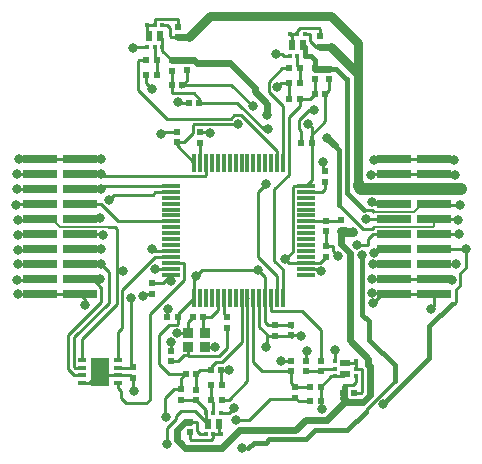
<source format=gtl>
G04 #@! TF.FileFunction,Copper,L1,Top,Signal*
%FSLAX46Y46*%
G04 Gerber Fmt 4.6, Leading zero omitted, Abs format (unit mm)*
G04 Created by KiCad (PCBNEW 4.1.0-alpha+201605071002+6776~44~ubuntu14.04.1-product) date Sun 24 Jul 2016 22:36:45 BST*
%MOMM*%
%LPD*%
G01*
G04 APERTURE LIST*
%ADD10C,0.100000*%
%ADD11R,2.920000X0.740000*%
%ADD12R,0.300000X1.500000*%
%ADD13R,1.500000X0.300000*%
%ADD14R,0.620000X0.620000*%
%ADD15R,0.325000X0.300000*%
%ADD16R,0.950000X0.613000*%
%ADD17R,0.650000X0.350000*%
%ADD18R,0.800000X0.800000*%
%ADD19R,1.550000X2.400000*%
%ADD20R,0.950000X0.850000*%
%ADD21R,0.300000X0.325000*%
%ADD22R,0.613000X0.950000*%
%ADD23C,0.800000*%
%ADD24C,0.280000*%
%ADD25C,0.160000*%
%ADD26C,0.200000*%
%ADD27C,0.600000*%
%ADD28C,0.800000*%
%ADD29C,1.000000*%
%ADD30C,0.400000*%
G04 APERTURE END LIST*
D10*
D11*
X83285000Y-94285000D03*
X86715000Y-94285000D03*
X83285000Y-95555000D03*
X86715000Y-95555000D03*
X83285000Y-96825000D03*
X86715000Y-96825000D03*
X83285000Y-98095000D03*
X86715000Y-98095000D03*
X83285000Y-99365000D03*
X86715000Y-99365000D03*
X83285000Y-100635000D03*
X86715000Y-100635000D03*
X83285000Y-101905000D03*
X86715000Y-101905000D03*
X83285000Y-103175000D03*
X86715000Y-103175000D03*
X83285000Y-104445000D03*
X86715000Y-104445000D03*
X83285000Y-105715000D03*
X86715000Y-105715000D03*
D12*
X96379340Y-105989360D03*
X96879340Y-105989360D03*
X97379340Y-105989360D03*
X97879340Y-105989360D03*
X98379340Y-105989360D03*
X98879340Y-105989360D03*
X99379340Y-105989360D03*
X99879340Y-105989360D03*
X100379340Y-105989360D03*
X100879340Y-105989360D03*
X101379340Y-105989360D03*
X101879340Y-105989360D03*
X102379340Y-105989360D03*
X102879340Y-105989360D03*
X103379340Y-105989360D03*
X103879340Y-105989360D03*
D13*
X105829340Y-104039360D03*
X105829340Y-103539360D03*
X105829340Y-103039360D03*
X105829340Y-102539360D03*
X105829340Y-102039360D03*
X105829340Y-101539360D03*
X105829340Y-101039360D03*
X105829340Y-100539360D03*
X105829340Y-100039360D03*
X105829340Y-99539360D03*
X105829340Y-99039360D03*
X105829340Y-98539360D03*
X105829340Y-98039360D03*
X105829340Y-97539360D03*
X105829340Y-97039360D03*
X105829340Y-96539360D03*
D12*
X103879340Y-94589360D03*
X103379340Y-94589360D03*
X102879340Y-94589360D03*
X102379340Y-94589360D03*
X101879340Y-94589360D03*
X101379340Y-94589360D03*
X100879340Y-94589360D03*
X100379340Y-94589360D03*
X99879340Y-94589360D03*
X99379340Y-94589360D03*
X98879340Y-94589360D03*
X98379340Y-94589360D03*
X97879340Y-94589360D03*
X97379340Y-94589360D03*
X96879340Y-94589360D03*
X96379340Y-94589360D03*
D13*
X94429340Y-96539360D03*
X94429340Y-97039360D03*
X94429340Y-97539360D03*
X94429340Y-98039360D03*
X94429340Y-98539360D03*
X94429340Y-99039360D03*
X94429340Y-99539360D03*
X94429340Y-100039360D03*
X94429340Y-100539360D03*
X94429340Y-101039360D03*
X94429340Y-101539360D03*
X94429340Y-102039360D03*
X94429340Y-102539360D03*
X94429340Y-103039360D03*
X94429340Y-103539360D03*
X94429340Y-104039360D03*
D11*
X113285000Y-94285000D03*
X116715000Y-94285000D03*
X113285000Y-95555000D03*
X116715000Y-95555000D03*
X113285000Y-96825000D03*
X116715000Y-96825000D03*
X113285000Y-98095000D03*
X116715000Y-98095000D03*
X113285000Y-99365000D03*
X116715000Y-99365000D03*
X113285000Y-100635000D03*
X116715000Y-100635000D03*
X113285000Y-101905000D03*
X116715000Y-101905000D03*
X113285000Y-103175000D03*
X116715000Y-103175000D03*
X113285000Y-104445000D03*
X116715000Y-104445000D03*
X113285000Y-105715000D03*
X116715000Y-105715000D03*
D14*
X105442600Y-92900500D03*
X106342600Y-92900500D03*
X94388940Y-111399740D03*
X94388940Y-110499740D03*
X96817600Y-89494360D03*
X95917600Y-89494360D03*
X104923485Y-114488837D03*
X104923485Y-113588837D03*
D15*
X108268885Y-111369537D03*
X108268885Y-112019537D03*
X108268885Y-112669537D03*
X110093885Y-112669537D03*
X110093885Y-112019537D03*
X110093885Y-111369537D03*
D16*
X109181385Y-112486037D03*
X109181385Y-111553037D03*
D14*
X103243380Y-109215340D03*
X103243380Y-108315340D03*
X92778580Y-105661880D03*
X92778580Y-104761880D03*
X107528360Y-101632600D03*
X107528360Y-102532600D03*
X94068480Y-107657900D03*
X94968480Y-107657900D03*
X95003620Y-83944460D03*
X95003620Y-83044460D03*
X94475300Y-85900260D03*
X94475300Y-86800260D03*
X104598365Y-112233317D03*
X104598365Y-111333317D03*
X93226040Y-85887560D03*
X92326040Y-85887560D03*
D17*
X89954700Y-113225780D03*
X89954700Y-112575780D03*
X89954700Y-111925780D03*
X89954700Y-111275780D03*
X86854700Y-111275780D03*
X86854700Y-111925780D03*
X86854700Y-112575780D03*
X86854700Y-113225780D03*
D18*
X88404700Y-112850780D03*
X88404700Y-111650780D03*
X88404700Y-112850780D03*
X88404700Y-111650780D03*
D19*
X88404700Y-112250780D03*
D14*
X107007660Y-84750480D03*
X107007660Y-83850480D03*
X96242720Y-107632500D03*
X97142720Y-107632500D03*
X94899480Y-91937420D03*
X94899480Y-92837420D03*
X104584500Y-109197560D03*
X104584500Y-108297560D03*
X96890840Y-92888220D03*
X96890840Y-91988220D03*
X107482640Y-96167360D03*
X107482640Y-95267360D03*
X91183460Y-111899280D03*
X91183460Y-112799280D03*
X99179380Y-108534620D03*
X99179380Y-107634620D03*
D20*
X97288180Y-109023460D03*
X95838180Y-109023460D03*
X95838180Y-110173460D03*
X97288180Y-110173460D03*
D14*
X105295700Y-89151460D03*
X104395700Y-89151460D03*
X97778778Y-112163748D03*
X98678778Y-112163748D03*
X107470360Y-88742520D03*
X106570360Y-88742520D03*
X107800140Y-87503000D03*
X107800140Y-86603000D03*
X95735140Y-86736340D03*
X95735140Y-85836340D03*
X95272218Y-113758868D03*
X95272218Y-114658868D03*
X105311360Y-87848440D03*
X104411360Y-87848440D03*
X105298660Y-86583520D03*
X104398660Y-86583520D03*
X106195605Y-114783057D03*
X107095605Y-114783057D03*
X106560620Y-86590300D03*
X106560620Y-87490300D03*
X95985958Y-116511808D03*
X95985958Y-117411808D03*
X109002305Y-114056617D03*
X109902305Y-114056617D03*
X93193020Y-87142320D03*
X92293020Y-87142320D03*
X97794018Y-113421048D03*
X98694018Y-113421048D03*
X105863285Y-112233317D03*
X105863285Y-111333317D03*
X96529518Y-114681308D03*
X96529518Y-113781308D03*
X107095605Y-113558777D03*
X106195605Y-113558777D03*
X97794018Y-114663108D03*
X98694018Y-114663108D03*
X107143445Y-112233317D03*
X107143445Y-111333317D03*
X108767880Y-100320260D03*
X108767880Y-99420260D03*
X107497880Y-99478680D03*
X107497880Y-100378680D03*
X95364720Y-88033860D03*
X94464720Y-88033860D03*
X95647718Y-112445688D03*
X96547718Y-112445688D03*
D21*
X104442500Y-85518220D03*
X105092500Y-85518220D03*
X105742500Y-85518220D03*
X105742500Y-83693220D03*
X105092500Y-83693220D03*
X104442500Y-83693220D03*
D22*
X105559000Y-84605720D03*
X104626000Y-84605720D03*
D21*
X92377500Y-84768060D03*
X93027500Y-84768060D03*
X93677500Y-84768060D03*
X93677500Y-82943060D03*
X93027500Y-82943060D03*
X92377500Y-82943060D03*
D22*
X93494000Y-83855560D03*
X92561000Y-83855560D03*
D21*
X98635178Y-115755308D03*
X97985178Y-115755308D03*
X97335178Y-115755308D03*
X97335178Y-117580308D03*
X97985178Y-117580308D03*
X98635178Y-117580308D03*
D22*
X97518678Y-116667808D03*
X98451678Y-116667808D03*
D23*
X116380000Y-106970000D03*
X92830000Y-88370000D03*
X105900000Y-110520000D03*
X103710000Y-111350000D03*
X105450000Y-109260000D03*
X94900000Y-109007911D03*
X94388940Y-109758480D03*
X107117021Y-103732829D03*
X108505994Y-102434163D03*
X93590000Y-92170000D03*
X87150000Y-106630000D03*
X111510000Y-106440000D03*
X107315000Y-94488000D03*
X111569500Y-94361000D03*
X88519000Y-94297500D03*
X91313000Y-113919000D03*
X91186000Y-84899500D03*
X99716533Y-115366605D03*
X95041720Y-89423871D03*
X97683320Y-92072460D03*
X98143392Y-110206406D03*
X92792328Y-101844085D03*
X93060520Y-103598980D03*
X106507280Y-90083640D03*
X108277660Y-110446820D03*
X102491540Y-110215680D03*
X99331780Y-112107980D03*
X94186691Y-106977201D03*
X92057220Y-105879900D03*
X103418640Y-88148160D03*
X103278940Y-85344000D03*
X111422180Y-105628440D03*
X118407180Y-94312740D03*
X81541620Y-94228920D03*
X81470500Y-105684320D03*
X101320476Y-89773884D03*
X100064605Y-91309155D03*
X93974920Y-116088160D03*
X81422240Y-99435920D03*
X101800660Y-103644700D03*
X104087956Y-102749324D03*
X90340180Y-103743760D03*
X106027220Y-91259660D03*
X96502220Y-104170480D03*
X94368035Y-104566135D03*
X99936300Y-116342160D03*
X88519000Y-101854000D03*
X91014961Y-106042460D03*
X88455000Y-95555000D03*
X88458040Y-96827340D03*
X89117329Y-97710797D03*
X88519000Y-103187500D03*
X88392000Y-104457500D03*
X81399380Y-95549720D03*
X81373980Y-96789240D03*
X81302860Y-98125280D03*
X88409780Y-99284991D03*
X81422240Y-100700840D03*
X88646000Y-100711000D03*
X81470500Y-101963220D03*
X81447640Y-103157020D03*
X81399380Y-104515920D03*
X118427500Y-95631000D03*
X111379000Y-95631000D03*
X111442500Y-97868466D03*
X110948564Y-99348477D03*
X110178824Y-101502184D03*
X111596470Y-102177595D03*
X111493300Y-103172260D03*
X118554500Y-103187500D03*
X118173500Y-104521000D03*
X111396780Y-104437180D03*
X102461060Y-96380300D03*
X102600847Y-91752333D03*
X118935500Y-96837500D03*
X110213140Y-96446340D03*
X109791500Y-100401120D03*
X118872000Y-98171000D03*
X102560000Y-90500000D03*
X118681500Y-99441000D03*
X107612180Y-92458540D03*
X100393500Y-118745000D03*
X94086036Y-118403674D03*
X110621282Y-102398975D03*
X118808500Y-100647500D03*
X112378564Y-115008564D03*
X107170220Y-115434459D03*
X119385080Y-101899720D03*
D24*
X116715000Y-105715000D02*
X116715000Y-106635000D01*
X116715000Y-106635000D02*
X116380000Y-106970000D01*
X92293020Y-87732320D02*
X92293020Y-87833020D01*
X92293020Y-87833020D02*
X92830000Y-88370000D01*
X105863285Y-111333317D02*
X105863285Y-110556715D01*
X105863285Y-110556715D02*
X105900000Y-110520000D01*
X104598365Y-111333317D02*
X103726683Y-111333317D01*
X103726683Y-111333317D02*
X103710000Y-111350000D01*
X104584500Y-109197560D02*
X105387560Y-109197560D01*
X105387560Y-109197560D02*
X105450000Y-109260000D01*
X95123960Y-109023460D02*
X94915549Y-109023460D01*
X94915549Y-109023460D02*
X94900000Y-109007911D01*
X105829340Y-103539360D02*
X106923552Y-103539360D01*
X106923552Y-103539360D02*
X107117021Y-103732829D01*
X108118360Y-101632600D02*
X108138361Y-101652601D01*
X108138361Y-101652601D02*
X108138361Y-102066530D01*
X108138361Y-102066530D02*
X108505994Y-102434163D01*
X94899480Y-91937420D02*
X93822580Y-91937420D01*
X93822580Y-91937420D02*
X93590000Y-92170000D01*
X87150000Y-106630000D02*
X87150000Y-106150000D01*
X87150000Y-106150000D02*
X86715000Y-105715000D01*
X113285000Y-105715000D02*
X112235000Y-105715000D01*
X112235000Y-105715000D02*
X111510000Y-106440000D01*
X113285000Y-105715000D02*
X115025000Y-105715000D01*
X115025000Y-105715000D02*
X116715000Y-105715000D01*
X107315000Y-94488000D02*
X107315000Y-95099720D01*
X107315000Y-95099720D02*
X107482640Y-95267360D01*
X111569500Y-94361000D02*
X113209000Y-94361000D01*
X113209000Y-94361000D02*
X113285000Y-94285000D01*
X86715000Y-94285000D02*
X88506500Y-94285000D01*
X88506500Y-94285000D02*
X88519000Y-94297500D01*
X91183460Y-112799280D02*
X91183460Y-113789460D01*
X91183460Y-113789460D02*
X91313000Y-113919000D01*
X104584500Y-111319452D02*
X104598365Y-111333317D01*
X107528360Y-101632600D02*
X107528360Y-100409160D01*
X107528360Y-100409160D02*
X107497880Y-100378680D01*
X92377500Y-84768060D02*
X91317440Y-84768060D01*
X91317440Y-84768060D02*
X91186000Y-84899500D01*
X105247020Y-91729980D02*
X105442600Y-91925560D01*
X105442600Y-91925560D02*
X105442600Y-92900500D01*
X105247020Y-90944658D02*
X105247020Y-91729980D01*
X89954700Y-112575780D02*
X90959960Y-112575780D01*
X90959960Y-112575780D02*
X91183460Y-112799280D01*
X89954700Y-112575780D02*
X88729700Y-112575780D01*
X88729700Y-112575780D02*
X88404700Y-112250780D01*
X86854700Y-113225780D02*
X87429700Y-113225780D01*
X87429700Y-113225780D02*
X88404700Y-112250780D01*
X106507280Y-90083640D02*
X106108038Y-90083640D01*
X106108038Y-90083640D02*
X105247020Y-90944658D01*
X98635178Y-115755308D02*
X99327830Y-115755308D01*
X99327830Y-115755308D02*
X99716533Y-115366605D01*
X92293020Y-87142320D02*
X92293020Y-87732320D01*
X95917600Y-89494360D02*
X95112209Y-89494360D01*
X95112209Y-89494360D02*
X95041720Y-89423871D01*
X96890840Y-91988220D02*
X97599080Y-91988220D01*
X97599080Y-91988220D02*
X97683320Y-92072460D01*
X97288180Y-110173460D02*
X98110446Y-110173460D01*
X98110446Y-110173460D02*
X98143392Y-110206406D01*
X94388940Y-110499740D02*
X94388940Y-109758480D01*
X95123960Y-109023460D02*
X95838180Y-109023460D01*
X94429340Y-102039360D02*
X92987603Y-102039360D01*
X92987603Y-102039360D02*
X92792328Y-101844085D01*
X94429340Y-103539360D02*
X93120140Y-103539360D01*
X93120140Y-103539360D02*
X93060520Y-103598980D01*
X107528360Y-101632600D02*
X108118360Y-101632600D01*
X105839339Y-103549359D02*
X105829340Y-103539360D01*
X108268885Y-111369537D02*
X108268885Y-110455595D01*
X108268885Y-110455595D02*
X108277660Y-110446820D01*
X104598365Y-109211425D02*
X104584500Y-109197560D01*
X102495480Y-109057440D02*
X102653380Y-109215340D01*
X101879340Y-108441300D02*
X102495480Y-109057440D01*
X102495480Y-109057440D02*
X102495480Y-110211740D01*
X102495480Y-110211740D02*
X102491540Y-110215680D01*
X101879340Y-105989360D02*
X101879340Y-108441300D01*
X102653380Y-109215340D02*
X103243380Y-109215340D01*
X103243380Y-109215340D02*
X104566720Y-109215340D01*
X104566720Y-109215340D02*
X104584500Y-109197560D01*
X104556560Y-109261060D02*
X104648000Y-109352500D01*
X98678778Y-112163748D02*
X99276012Y-112163748D01*
X99276012Y-112163748D02*
X99331780Y-112107980D01*
X98678778Y-112163748D02*
X98678778Y-113405808D01*
X98678778Y-113405808D02*
X98694018Y-113421048D01*
X95838180Y-109023460D02*
X95838180Y-108037040D01*
X95838180Y-108037040D02*
X96242720Y-107632500D01*
X94068480Y-107657900D02*
X94068480Y-107095412D01*
X94068480Y-107095412D02*
X94186691Y-106977201D01*
X92778580Y-105661880D02*
X92275240Y-105661880D01*
X92275240Y-105661880D02*
X92057220Y-105879900D01*
X104411360Y-87848440D02*
X103718360Y-87848440D01*
X103718360Y-87848440D02*
X103418640Y-88148160D01*
X104411360Y-87848440D02*
X104411360Y-89135800D01*
X104411360Y-89135800D02*
X104395700Y-89151460D01*
X103838280Y-85344000D02*
X103278940Y-85344000D01*
X104442500Y-85518220D02*
X104012500Y-85518220D01*
X104012500Y-85518220D02*
X103838280Y-85344000D01*
X111422180Y-105628440D02*
X113198440Y-105628440D01*
X113198440Y-105628440D02*
X113285000Y-105715000D01*
X116715000Y-94285000D02*
X118379440Y-94285000D01*
X118379440Y-94285000D02*
X118407180Y-94312740D01*
X113285000Y-94285000D02*
X115025000Y-94285000D01*
X115025000Y-94285000D02*
X116715000Y-94285000D01*
X83285000Y-105715000D02*
X85025000Y-105715000D01*
X85025000Y-105715000D02*
X86715000Y-105715000D01*
X83285000Y-94285000D02*
X85025000Y-94285000D01*
X85025000Y-94285000D02*
X86715000Y-94285000D01*
X81541620Y-94228920D02*
X83228920Y-94228920D01*
X83228920Y-94228920D02*
X83285000Y-94285000D01*
X83285000Y-105715000D02*
X81501180Y-105715000D01*
X81501180Y-105715000D02*
X81470500Y-105684320D01*
X97142720Y-107632500D02*
X97142720Y-108878000D01*
X97142720Y-108878000D02*
X97288180Y-109023460D01*
X98379340Y-105989360D02*
X98379340Y-107019360D01*
X98379340Y-107019360D02*
X97766200Y-107632500D01*
X97766200Y-107632500D02*
X97732720Y-107632500D01*
X97732720Y-107632500D02*
X97142720Y-107632500D01*
X99179380Y-109628940D02*
X99179380Y-109124620D01*
X99179380Y-109794262D02*
X99179380Y-109628940D01*
X95898181Y-110938461D02*
X98035181Y-110946407D01*
X98035181Y-110946407D02*
X98035181Y-110938461D01*
X99179380Y-109628940D02*
X99179380Y-110265620D01*
X99179380Y-110265620D02*
X98498593Y-110946407D01*
X98498593Y-110946407D02*
X98035181Y-110946407D01*
X94388940Y-111399740D02*
X94978940Y-111399740D01*
X94978940Y-111399740D02*
X95500220Y-110878460D01*
X95500220Y-110878460D02*
X95838180Y-110878460D01*
X95838180Y-110173460D02*
X95838180Y-110878460D01*
X95838180Y-110878460D02*
X95898181Y-110938461D01*
X99179380Y-109124620D02*
X99179380Y-108534620D01*
D25*
X84995001Y-99985001D02*
X85304999Y-99985001D01*
X85304999Y-99985001D02*
X89090500Y-99985001D01*
X84375000Y-99365000D02*
X84995001Y-99985001D01*
X83285000Y-99365000D02*
X84375000Y-99365000D01*
D26*
X89225141Y-99985001D02*
X89090500Y-99985001D01*
D24*
X101320476Y-89773884D02*
X99453700Y-88033860D01*
X101257100Y-89837260D02*
X101320476Y-89773884D01*
X89634501Y-99985001D02*
X89281000Y-99985001D01*
X89281000Y-99985001D02*
X89090500Y-99985001D01*
X89794941Y-103769160D02*
X89794941Y-100145441D01*
X89794941Y-100145441D02*
X89634501Y-99985001D01*
X89794941Y-106560620D02*
X89794941Y-103769160D01*
X86854700Y-111275780D02*
X86854700Y-109500861D01*
X86854700Y-109500861D02*
X89794941Y-106560620D01*
X106027220Y-91259660D02*
X106342600Y-91575040D01*
X106342600Y-91575040D02*
X106342600Y-92900500D01*
X105829340Y-96539360D02*
X106342600Y-96026100D01*
X106342600Y-96026100D02*
X106342600Y-92900500D01*
X107470360Y-88742520D02*
X107470360Y-91078600D01*
X107470360Y-91078600D02*
X106235920Y-92313040D01*
X106235920Y-92313040D02*
X106235920Y-92793820D01*
X106235920Y-92793820D02*
X106342600Y-92900500D01*
X94899480Y-93109500D02*
X96379340Y-94589360D01*
X103243380Y-108315340D02*
X104566720Y-108315340D01*
X104566720Y-108315340D02*
X104584500Y-108297560D01*
X102379340Y-105989360D02*
X102379340Y-108041300D01*
X102379340Y-108041300D02*
X102653380Y-108315340D01*
X102653380Y-108315340D02*
X103243380Y-108315340D01*
X94210857Y-108307901D02*
X93360240Y-109158518D01*
X93360240Y-109158518D02*
X93360240Y-111603042D01*
X93360240Y-111603042D02*
X94202886Y-112445688D01*
X94202886Y-112445688D02*
X95057718Y-112445688D01*
X99453700Y-88033860D02*
X95364720Y-88033860D01*
X96240839Y-92086061D02*
X96240839Y-91406219D01*
X96240839Y-91406219D02*
X96337903Y-91309155D01*
X96337903Y-91309155D02*
X100064605Y-91309155D01*
X93906340Y-114520980D02*
X93906340Y-116019580D01*
X93906340Y-116019580D02*
X93974920Y-116088160D01*
X94682218Y-113758868D02*
X94668452Y-113758868D01*
X94668452Y-113758868D02*
X93906340Y-114520980D01*
X104923485Y-114488837D02*
X104860862Y-114551460D01*
X104860862Y-114551460D02*
X102798880Y-114551460D01*
X102798880Y-114551460D02*
X101008180Y-116342160D01*
X101008180Y-116342160D02*
X99936300Y-116342160D01*
X81422240Y-99435920D02*
X83214080Y-99435920D01*
X83214080Y-99435920D02*
X83285000Y-99365000D01*
X101800660Y-103644700D02*
X97028000Y-103644700D01*
X97028000Y-103644700D02*
X96502220Y-104170480D01*
X102379340Y-104223380D02*
X101963220Y-103807260D01*
X101963220Y-103807260D02*
X101800660Y-103644700D01*
X102379340Y-105989360D02*
X102379340Y-104223380D01*
X105829340Y-103039360D02*
X107021600Y-103039360D01*
X107021600Y-103039360D02*
X107528360Y-102532600D01*
X104087956Y-102749324D02*
X104739339Y-102097941D01*
X104739339Y-102097941D02*
X104739339Y-96599361D01*
X104739339Y-96599361D02*
X104799340Y-96539360D01*
X104799340Y-96539360D02*
X105829340Y-96539360D01*
X104087956Y-102749324D02*
X104377992Y-103039360D01*
X104377992Y-103039360D02*
X105829340Y-103039360D01*
X89794941Y-103769160D02*
X90314780Y-103769160D01*
X90314780Y-103769160D02*
X90340180Y-103743760D01*
X96379340Y-105021380D02*
X96379340Y-105989360D01*
X96379340Y-104293360D02*
X96379340Y-105021380D01*
X95219520Y-88179060D02*
X95364720Y-88033860D01*
X94899480Y-92837420D02*
X95489480Y-92837420D01*
X95489480Y-92837420D02*
X96240839Y-92086061D01*
X96502220Y-104170480D02*
X96379340Y-104293360D01*
X94429340Y-104039360D02*
X94429340Y-104504830D01*
X94429340Y-104504830D02*
X94368035Y-104566135D01*
X95272218Y-113758868D02*
X94682218Y-113758868D01*
X94682218Y-113758868D02*
X94617540Y-113823546D01*
X95647718Y-112445688D02*
X95057718Y-112445688D01*
X94210857Y-108307901D02*
X94908479Y-108307901D01*
X94908479Y-108307901D02*
X94968480Y-108247900D01*
X94968480Y-108247900D02*
X94968480Y-107657900D01*
X104556560Y-108361060D02*
X104648000Y-108452500D01*
X94968480Y-107657900D02*
X94968480Y-107400220D01*
X94968480Y-107400220D02*
X96379340Y-105989360D01*
X92778580Y-104761880D02*
X93706820Y-104761880D01*
X93706820Y-104761880D02*
X94429340Y-104039360D01*
X94899480Y-92837420D02*
X94899480Y-93109500D01*
X106195605Y-114783057D02*
X105217705Y-114783057D01*
X105217705Y-114783057D02*
X104923485Y-114488837D01*
X95272218Y-113758868D02*
X95272218Y-112821188D01*
X95272218Y-112821188D02*
X95647718Y-112445688D01*
X95735140Y-86736340D02*
X95735140Y-87663440D01*
X95735140Y-87663440D02*
X95364720Y-88033860D01*
X107800140Y-87503000D02*
X107800140Y-88412740D01*
X107800140Y-88412740D02*
X107470360Y-88742520D01*
X96890840Y-92888220D02*
X96879340Y-92899720D01*
X96879340Y-92899720D02*
X96879340Y-94589360D01*
X107482640Y-96167360D02*
X107482640Y-96757360D01*
X107482640Y-96757360D02*
X107200640Y-97039360D01*
X107200640Y-97039360D02*
X106859340Y-97039360D01*
X106859340Y-97039360D02*
X105829340Y-97039360D01*
X86715000Y-101905000D02*
X88468000Y-101905000D01*
X88468000Y-101905000D02*
X88519000Y-101854000D01*
X91014961Y-106042460D02*
X91014961Y-111730781D01*
X91014961Y-111730781D02*
X91183460Y-111899280D01*
X86715000Y-101905000D02*
X87887002Y-101905000D01*
X89954700Y-111925780D02*
X91156960Y-111925780D01*
X91156960Y-111925780D02*
X91183460Y-111899280D01*
X99179380Y-107634620D02*
X98879340Y-107334580D01*
X98879340Y-107334580D02*
X98879340Y-105989360D01*
X103808660Y-86583520D02*
X102678639Y-87713541D01*
X102678639Y-87713541D02*
X102678639Y-88610759D01*
X102678639Y-88610759D02*
X103879340Y-89811460D01*
X103879340Y-89811460D02*
X103879340Y-94589360D01*
X103745699Y-86646481D02*
X103808660Y-86583520D01*
X103808660Y-86583520D02*
X104398660Y-86583520D01*
X100879340Y-105989360D02*
X100879340Y-113067786D01*
X100879340Y-113067786D02*
X99284018Y-114663108D01*
X99284018Y-114663108D02*
X98694018Y-114663108D01*
X100889339Y-105999359D02*
X100879340Y-105989360D01*
X105498080Y-107105900D02*
X107143445Y-108751265D01*
X107143445Y-108751265D02*
X107143445Y-111333317D01*
X102879340Y-107105900D02*
X105498080Y-107105900D01*
X107143445Y-111333317D02*
X107143445Y-110863380D01*
X102879340Y-105989360D02*
X102879340Y-107105900D01*
X86715000Y-95555000D02*
X88455000Y-95555000D01*
X88455000Y-95555000D02*
X88579361Y-95679361D01*
X88579361Y-95679361D02*
X97319339Y-95679361D01*
X97319339Y-95679361D02*
X97379340Y-95619360D01*
X97379340Y-95619360D02*
X97379340Y-94589360D01*
X88458040Y-96827340D02*
X86717340Y-96827340D01*
X86717340Y-96827340D02*
X86715000Y-96825000D01*
X86715000Y-96825000D02*
X88455000Y-96825000D01*
X88455000Y-96825000D02*
X88740640Y-96539360D01*
X88740640Y-96539360D02*
X93399340Y-96539360D01*
X93399340Y-96539360D02*
X94429340Y-96539360D01*
X92852240Y-97279370D02*
X89548756Y-97279370D01*
X89548756Y-97279370D02*
X89117329Y-97710797D01*
X92852240Y-97279370D02*
X93092250Y-97039360D01*
X93092250Y-97039360D02*
X94429340Y-97039360D01*
X86715000Y-98095000D02*
X88455000Y-98095000D01*
X88455000Y-98095000D02*
X89899360Y-99539360D01*
X89899360Y-99539360D02*
X93399340Y-99539360D01*
X93399340Y-99539360D02*
X94429340Y-99539360D01*
X92326040Y-85887560D02*
X91736040Y-85887560D01*
X91736040Y-85887560D02*
X91643019Y-85980581D01*
X94082424Y-90829146D02*
X99449412Y-90829146D01*
X91643019Y-85980581D02*
X91643019Y-88389741D01*
X91643019Y-88389741D02*
X94082424Y-90829146D01*
X99449412Y-90829146D02*
X99770738Y-90507820D01*
X99770738Y-90507820D02*
X100309802Y-90507820D01*
X100309802Y-90507820D02*
X103379340Y-93577358D01*
X103379340Y-93577358D02*
X103379340Y-93728540D01*
X103379340Y-93728540D02*
X103379340Y-94589360D01*
X103379340Y-93559360D02*
X103379340Y-93728540D01*
X93045720Y-102539360D02*
X90274951Y-105310129D01*
X90274951Y-105310129D02*
X90274951Y-108548529D01*
X90274951Y-108548529D02*
X89954700Y-108868780D01*
X89954700Y-108868780D02*
X89954700Y-111275780D01*
X94429340Y-102539360D02*
X93045720Y-102539360D01*
X92331540Y-114945160D02*
X92603391Y-114673309D01*
X92603391Y-114673309D02*
X92603391Y-111812009D01*
X90629740Y-114945160D02*
X92331540Y-114945160D01*
X90170000Y-114485420D02*
X90629740Y-114945160D01*
X90170000Y-113896080D02*
X90170000Y-114485420D01*
X89954700Y-113225780D02*
X89954700Y-113680780D01*
X89954700Y-113680780D02*
X90170000Y-113896080D01*
X92603391Y-108414820D02*
X92603391Y-111812009D01*
X92603391Y-108216629D02*
X92603391Y-108414820D01*
X93418479Y-106562223D02*
X93873320Y-106107382D01*
X93873320Y-106107382D02*
X95519341Y-104461361D01*
X92603391Y-108414820D02*
X92603391Y-107377311D01*
X92603391Y-107377311D02*
X93873320Y-106107382D01*
X95449341Y-103029361D02*
X95217639Y-103029361D01*
X95217639Y-103029361D02*
X95207640Y-103039360D01*
X95207640Y-103039360D02*
X94429340Y-103039360D01*
X95519341Y-104461361D02*
X95519341Y-103099361D01*
X95519341Y-103099361D02*
X95449341Y-103029361D01*
X88519000Y-103187500D02*
X89132001Y-103800501D01*
X89132001Y-103800501D02*
X89132001Y-106418837D01*
X89132001Y-106418837D02*
X86189699Y-109361139D01*
X86189699Y-109361139D02*
X86189699Y-111865779D01*
X86249700Y-111925780D02*
X86854700Y-111925780D01*
X86189699Y-111865779D02*
X86249700Y-111925780D01*
X86715000Y-103175000D02*
X87805000Y-103175000D01*
X88519000Y-103187500D02*
X86727500Y-103187500D01*
X86727500Y-103187500D02*
X86715000Y-103175000D01*
X86715000Y-104445000D02*
X88379500Y-104445000D01*
X88379500Y-104445000D02*
X88392000Y-104457500D01*
X85709689Y-112064605D02*
X86220864Y-112575780D01*
X88515001Y-106357001D02*
X85709689Y-109162313D01*
X85709689Y-109162313D02*
X85709689Y-112064605D01*
X86423500Y-112575780D02*
X86854700Y-112575780D01*
X85709690Y-112064606D02*
X86220864Y-112575780D01*
X86220864Y-112575780D02*
X86423500Y-112575780D01*
X86715000Y-104445000D02*
X87805000Y-104445000D01*
X87805000Y-104445000D02*
X88515001Y-105155001D01*
X88515001Y-105155001D02*
X88515001Y-106357001D01*
X83285000Y-95555000D02*
X81404660Y-95555000D01*
X81404660Y-95555000D02*
X81399380Y-95549720D01*
X81373980Y-96789240D02*
X83249240Y-96789240D01*
X83249240Y-96789240D02*
X83285000Y-96825000D01*
X83285000Y-98095000D02*
X81333140Y-98095000D01*
X81333140Y-98095000D02*
X81302860Y-98125280D01*
X88329771Y-99365000D02*
X88409780Y-99284991D01*
X86715000Y-99365000D02*
X88329771Y-99365000D01*
X83285000Y-100635000D02*
X81488080Y-100635000D01*
X81488080Y-100635000D02*
X81422240Y-100700840D01*
X86715000Y-100635000D02*
X88570000Y-100635000D01*
X88570000Y-100635000D02*
X88646000Y-100711000D01*
X81470500Y-101963220D02*
X83226780Y-101963220D01*
X83226780Y-101963220D02*
X83285000Y-101905000D01*
X83285000Y-103175000D02*
X81465620Y-103175000D01*
X81465620Y-103175000D02*
X81447640Y-103157020D01*
X81399380Y-104515920D02*
X83214080Y-104515920D01*
X83214080Y-104515920D02*
X83285000Y-104445000D01*
X116715000Y-95555000D02*
X118351500Y-95555000D01*
X118351500Y-95555000D02*
X118427500Y-95631000D01*
X116715000Y-95555000D02*
X114975000Y-95555000D01*
X114975000Y-95555000D02*
X113285000Y-95555000D01*
X113285000Y-95555000D02*
X111455000Y-95555000D01*
X111455000Y-95555000D02*
X111379000Y-95631000D01*
X113285000Y-98095000D02*
X111669034Y-98095000D01*
X111669034Y-98095000D02*
X111442500Y-97868466D01*
X113285000Y-99365000D02*
X110965087Y-99365000D01*
X110965087Y-99365000D02*
X110948564Y-99348477D01*
X111123704Y-101502184D02*
X111123704Y-101056296D01*
X111123704Y-101056296D02*
X111545000Y-100635000D01*
X111545000Y-100635000D02*
X113285000Y-100635000D01*
X110178824Y-101502184D02*
X111123704Y-101502184D01*
X113224597Y-100695403D02*
X113285000Y-100635000D01*
X113285000Y-101905000D02*
X111869065Y-101905000D01*
X111869065Y-101905000D02*
X111596470Y-102177595D01*
X111493300Y-103172260D02*
X113282260Y-103172260D01*
X113282260Y-103172260D02*
X113285000Y-103175000D01*
X116715000Y-103175000D02*
X118542000Y-103175000D01*
X118542000Y-103175000D02*
X118554500Y-103187500D01*
X116715000Y-104445000D02*
X118097500Y-104445000D01*
X118097500Y-104445000D02*
X118173500Y-104521000D01*
X113285000Y-104445000D02*
X111404600Y-104445000D01*
X111404600Y-104445000D02*
X111396780Y-104437180D01*
X113285000Y-104445000D02*
X115025000Y-104445000D01*
X115025000Y-104445000D02*
X116715000Y-104445000D01*
X105295700Y-89151460D02*
X105295700Y-89741460D01*
X105295700Y-89741460D02*
X104369341Y-90667819D01*
X104369341Y-90667819D02*
X104369341Y-95611361D01*
X104369341Y-95611361D02*
X103169720Y-96810982D01*
X103169720Y-96810982D02*
X103169720Y-102877620D01*
X103169720Y-102877620D02*
X103859349Y-103567249D01*
X103859349Y-103567249D02*
X103859349Y-104439369D01*
X103859349Y-104439369D02*
X103879340Y-104459360D01*
X103879340Y-104459360D02*
X103879340Y-105989360D01*
X106560620Y-87490300D02*
X106560620Y-88732780D01*
X106560620Y-88732780D02*
X106570360Y-88742520D01*
X105295700Y-89151460D02*
X106161420Y-89151460D01*
X106161420Y-89151460D02*
X106570360Y-88742520D01*
X99995140Y-89495080D02*
X100156980Y-89656920D01*
X100156980Y-89656920D02*
X102252393Y-91752333D01*
X96817600Y-89494360D02*
X99994420Y-89494360D01*
X99994420Y-89494360D02*
X100156980Y-89656920D01*
X96817600Y-89494360D02*
X96817600Y-89162358D01*
X96817600Y-89162358D02*
X96339103Y-88683861D01*
X96339103Y-88683861D02*
X94524721Y-88683861D01*
X94524721Y-88683861D02*
X94464720Y-88623860D01*
X94464720Y-88623860D02*
X94464720Y-88033860D01*
X101782880Y-102557580D02*
X101782880Y-97058480D01*
X101782880Y-97058480D02*
X102461060Y-96380300D01*
X103266663Y-104041363D02*
X101782880Y-102557580D01*
X103266663Y-104044341D02*
X103266663Y-104041363D01*
X103266663Y-104044341D02*
X103379340Y-104157018D01*
X103379340Y-104157018D02*
X103379340Y-105989360D01*
X102252393Y-91752333D02*
X102600847Y-91752333D01*
X94475300Y-86800260D02*
X94475300Y-88023280D01*
X94475300Y-88023280D02*
X94464720Y-88033860D01*
X97778778Y-112163748D02*
X97778778Y-111831746D01*
X97778778Y-111831746D02*
X98184107Y-111426417D01*
X98697420Y-111426416D02*
X100379340Y-109744496D01*
X98184107Y-111426417D02*
X98697420Y-111426416D01*
X100379340Y-109744496D02*
X100379340Y-107019360D01*
X100379340Y-107019360D02*
X100379340Y-105989360D01*
X97778778Y-112163748D02*
X97778778Y-111873700D01*
X97778778Y-112156128D02*
X96837278Y-112156128D01*
X96837278Y-112156128D02*
X96547718Y-112445688D01*
X96529518Y-113781308D02*
X96529518Y-112463888D01*
X96529518Y-112463888D02*
X96547718Y-112445688D01*
X101379020Y-111462820D02*
X102149517Y-112233317D01*
X102149517Y-112233317D02*
X104598365Y-112233317D01*
X101379020Y-109631130D02*
X101379020Y-111462820D01*
X101379340Y-105989360D02*
X101379340Y-109630810D01*
X101379340Y-109630810D02*
X101379020Y-109631130D01*
X104008365Y-112233317D02*
X104598365Y-112233317D01*
X104598365Y-112233317D02*
X104598365Y-113263717D01*
X104598365Y-113263717D02*
X104923485Y-113588837D01*
X106195605Y-113558777D02*
X104953545Y-113558777D01*
X104953545Y-113558777D02*
X104923485Y-113588837D01*
D27*
X111092000Y-111155150D02*
X111092000Y-111670042D01*
X111092000Y-111670042D02*
X111236396Y-111814438D01*
D28*
X107920000Y-82120000D02*
X97738080Y-82120000D01*
X97738080Y-82120000D02*
X97307371Y-82550709D01*
X110213140Y-84413140D02*
X107920000Y-82120000D01*
X110213140Y-85560850D02*
X110213140Y-84413140D01*
D27*
X109288696Y-114866618D02*
X109070063Y-114866618D01*
X109070063Y-114866618D02*
X107602221Y-116334460D01*
X107602221Y-116334460D02*
X105802219Y-116334460D01*
X105802219Y-116334460D02*
X104894518Y-117242161D01*
X104894518Y-117242161D02*
X100185827Y-117242161D01*
X100185827Y-117242161D02*
X98705169Y-118722819D01*
X98705169Y-118722819D02*
X95608819Y-118722819D01*
X95608819Y-118722819D02*
X95288818Y-118402818D01*
X95288818Y-118402818D02*
X95288818Y-118261682D01*
X95985958Y-116511808D02*
X95551584Y-116511808D01*
X95551584Y-116511808D02*
X94894792Y-117168600D01*
X94894792Y-117168600D02*
X94894792Y-118008792D01*
X94894792Y-118008792D02*
X95288818Y-118402818D01*
D24*
X109002305Y-114646617D02*
X109002305Y-114490500D01*
X109002305Y-114490500D02*
X109002305Y-114056617D01*
D27*
X109288696Y-114866618D02*
X109288696Y-114776891D01*
X109288696Y-114776891D02*
X109002305Y-114490500D01*
X111236396Y-111814438D02*
X111236396Y-114255658D01*
X111236396Y-114255658D02*
X110625436Y-114866618D01*
X110625436Y-114866618D02*
X109288696Y-114866618D01*
X108767880Y-100320260D02*
X108767880Y-101423242D01*
X108767880Y-101423242D02*
X109531384Y-102186746D01*
X109531384Y-102186746D02*
X109531384Y-109594534D01*
X109531384Y-109594534D02*
X111092000Y-111155150D01*
D28*
X109791500Y-100401120D02*
X109225815Y-100401120D01*
X109225815Y-100401120D02*
X109154956Y-100330261D01*
X109154956Y-100330261D02*
X108767880Y-100330261D01*
D24*
X107007660Y-84750480D02*
X106675658Y-84750480D01*
X106675658Y-84750480D02*
X106205501Y-84280323D01*
X106205501Y-84280323D02*
X106205501Y-83726221D01*
X106205501Y-83726221D02*
X106172500Y-83693220D01*
X106172500Y-83693220D02*
X105742500Y-83693220D01*
D28*
X110213140Y-96446340D02*
X110213140Y-87820500D01*
X110213140Y-87820500D02*
X110213140Y-87045960D01*
D27*
X95003620Y-83944460D02*
X95913620Y-83944460D01*
D28*
X95913620Y-83944460D02*
X97307371Y-82550709D01*
X110213140Y-85560850D02*
X110213140Y-87820500D01*
X110213140Y-87045960D02*
X107917660Y-84750480D01*
D27*
X107917660Y-84750480D02*
X107007660Y-84750480D01*
D29*
X113285000Y-96825000D02*
X112027036Y-96825000D01*
X112027036Y-96825000D02*
X111970501Y-96768465D01*
X111970501Y-96768465D02*
X110535265Y-96768465D01*
X110535265Y-96768465D02*
X110313149Y-96546349D01*
X110313149Y-96546349D02*
X110313149Y-96446340D01*
X116715000Y-96825000D02*
X113285000Y-96825000D01*
X118935500Y-96837500D02*
X116727500Y-96837500D01*
X116727500Y-96837500D02*
X116715000Y-96825000D01*
D24*
X109252304Y-114638618D02*
X109320304Y-114706618D01*
X109710640Y-100320260D02*
X109791500Y-100401120D01*
X113285000Y-96825000D02*
X113635000Y-96825000D01*
X110093885Y-112669537D02*
X110093885Y-113099537D01*
X110093885Y-113099537D02*
X109786806Y-113406616D01*
X109786806Y-113406616D02*
X109320304Y-113406616D01*
X109320304Y-113406616D02*
X109252304Y-113474616D01*
X109252304Y-113474616D02*
X109252304Y-114638618D01*
X109786806Y-113406616D02*
X109062306Y-113406616D01*
X109062306Y-113406616D02*
X109002305Y-113466617D01*
X109002305Y-113466617D02*
X109002305Y-114056617D01*
X97335178Y-117580308D02*
X96905178Y-117580308D01*
X96905178Y-117580308D02*
X96635959Y-117311089D01*
X96635959Y-117311089D02*
X96635959Y-116571809D01*
X96635959Y-116571809D02*
X96575958Y-116511808D01*
X96575958Y-116511808D02*
X95985958Y-116511808D01*
X93677500Y-82943060D02*
X94107500Y-82943060D01*
X94107500Y-82943060D02*
X94353619Y-83189179D01*
X94353619Y-83189179D02*
X94353619Y-83884459D01*
X94353619Y-83884459D02*
X94413620Y-83944460D01*
X94413620Y-83944460D02*
X95003620Y-83944460D01*
X107497880Y-99478680D02*
X108709460Y-99478680D01*
X108709460Y-99478680D02*
X108767880Y-99420260D01*
X105829340Y-99539360D02*
X107437200Y-99539360D01*
X107437200Y-99539360D02*
X107497880Y-99478680D01*
X111484999Y-98608476D02*
X111484999Y-98722999D01*
D25*
X111484999Y-98722999D02*
X115004999Y-98715001D01*
D30*
X108390140Y-86603000D02*
X109156500Y-87369360D01*
X109283500Y-97155000D02*
X109283500Y-87496360D01*
D24*
X109283500Y-87496360D02*
X109156500Y-87369360D01*
D30*
X110736976Y-98608476D02*
X109283500Y-97155000D01*
D24*
X111484999Y-98608476D02*
X110736976Y-98608476D01*
X118872000Y-98171000D02*
X116791000Y-98171000D01*
X116791000Y-98171000D02*
X116715000Y-98095000D01*
D30*
X107800140Y-86603000D02*
X108390140Y-86603000D01*
D25*
X115004999Y-98715001D02*
X115625000Y-98095000D01*
D26*
X115625000Y-98095000D02*
X116715000Y-98095000D01*
D24*
X116715000Y-98095000D02*
X117805000Y-98095000D01*
D30*
X106239920Y-85518220D02*
X106560620Y-85838920D01*
X106560620Y-85838920D02*
X106560620Y-86590300D01*
X105742500Y-85518220D02*
X106239920Y-85518220D01*
X105742500Y-85518220D02*
X105742500Y-84789220D01*
D24*
X105742500Y-84789220D02*
X105559000Y-84605720D01*
X106560620Y-86590300D02*
X106919600Y-86590300D01*
D27*
X107800140Y-86603000D02*
X106573320Y-86603000D01*
D24*
X106573320Y-86603000D02*
X106560620Y-86590300D01*
D27*
X101533960Y-88249760D02*
X101533960Y-88533960D01*
X101533960Y-88533960D02*
X102560000Y-89560000D01*
X102560000Y-89560000D02*
X102560000Y-90500000D01*
D24*
X101533960Y-88263960D02*
X101533960Y-88249760D01*
X101533960Y-88473960D02*
X101533960Y-88249760D01*
X108965744Y-98488244D02*
X108648500Y-98171000D01*
D30*
X108648500Y-98171000D02*
X108648500Y-97283689D01*
D24*
X108993129Y-98488244D02*
X108965744Y-98488244D01*
X111484999Y-100154990D02*
X110659875Y-100154990D01*
X110659875Y-100154990D02*
X108993129Y-98488244D01*
D30*
X108648500Y-97283689D02*
X108648500Y-93494860D01*
X108648500Y-93494860D02*
X108267500Y-93113860D01*
D27*
X107612180Y-92458540D02*
X108267500Y-93113860D01*
D25*
X116597500Y-100012500D02*
X111627489Y-100012500D01*
X116715000Y-99895000D02*
X116597500Y-100012500D01*
X111627489Y-100012500D02*
X111484999Y-100154990D01*
D24*
X111484999Y-100154990D02*
X111484999Y-100007001D01*
D25*
X116715000Y-99365000D02*
X116715000Y-99895000D01*
D24*
X116715000Y-99365000D02*
X118605500Y-99365000D01*
X118605500Y-99365000D02*
X118681500Y-99441000D01*
D27*
X96325140Y-85836340D02*
X96640520Y-86151720D01*
D24*
X100669575Y-87385375D02*
X100845620Y-87561420D01*
D27*
X100845620Y-87561420D02*
X101533960Y-88249760D01*
X96640520Y-86151720D02*
X99435920Y-86151720D01*
X99435920Y-86151720D02*
X100845620Y-87561420D01*
X101533960Y-88249760D02*
X101533960Y-88259458D01*
X95735140Y-85836340D02*
X96325140Y-85836340D01*
D24*
X117805000Y-99365000D02*
X116715000Y-99365000D01*
D27*
X94475300Y-85900260D02*
X95671220Y-85900260D01*
D24*
X95671220Y-85900260D02*
X95735140Y-85836340D01*
X93677500Y-84768060D02*
X93677500Y-85102460D01*
X93677500Y-85102460D02*
X94475300Y-85900260D01*
X93494000Y-83855560D02*
X93677500Y-84039060D01*
X93677500Y-84039060D02*
X93677500Y-84768060D01*
X110910000Y-115660000D02*
X110910000Y-115487164D01*
X110910000Y-115487164D02*
X113335414Y-113061750D01*
D30*
X109330000Y-117240000D02*
X110910000Y-115660000D01*
X107780000Y-117240000D02*
X109330000Y-117240000D01*
X107400000Y-117240000D02*
X107780000Y-117240000D01*
X106572459Y-117242181D02*
X107397819Y-117242181D01*
X107397819Y-117242181D02*
X107400000Y-117240000D01*
D24*
X94086036Y-118403674D02*
X94086036Y-117072246D01*
X94086036Y-117072246D02*
X94254782Y-116903500D01*
D30*
X113335414Y-111700000D02*
X113335414Y-113061750D01*
D24*
X111188500Y-109432704D02*
X111188500Y-109553086D01*
D30*
X111188500Y-109553086D02*
X113335414Y-111700000D01*
X105836720Y-117977920D02*
X102743000Y-117977920D01*
X102743000Y-117977920D02*
X102425500Y-118295420D01*
D24*
X100959185Y-118745000D02*
X100393500Y-118745000D01*
D30*
X106572459Y-117242181D02*
X105836720Y-117977920D01*
X101408765Y-118295420D02*
X100959185Y-118745000D01*
X102425500Y-118295420D02*
X101408765Y-118295420D01*
D24*
X94254782Y-118321282D02*
X94168428Y-118321282D01*
X94168428Y-118321282D02*
X94086036Y-118403674D01*
X95816420Y-115601806D02*
X95250735Y-115601806D01*
X94855947Y-116302335D02*
X94254782Y-116903500D01*
X95250735Y-115601806D02*
X94855947Y-115996594D01*
X94855947Y-115996594D02*
X94855947Y-116302335D01*
D30*
X111188500Y-109432704D02*
X111188500Y-108013500D01*
X110621282Y-107446282D02*
X110621282Y-102398975D01*
X111188500Y-108013500D02*
X110621282Y-107446282D01*
D24*
X118808500Y-100647500D02*
X116727500Y-100647500D01*
X116727500Y-100647500D02*
X116715000Y-100635000D01*
X116715000Y-100635000D02*
X118455000Y-100635000D01*
X97518678Y-116667808D02*
X96452676Y-115601806D01*
X96452676Y-115601806D02*
X95816420Y-115601806D01*
X97335178Y-115755308D02*
X97335178Y-116484308D01*
X97335178Y-116484308D02*
X97518678Y-116667808D01*
X96529518Y-114681308D02*
X95294658Y-114681308D01*
X95294658Y-114681308D02*
X95272218Y-114658868D01*
X97335178Y-115755308D02*
X97335178Y-115486968D01*
X97335178Y-115486968D02*
X96529518Y-114681308D01*
D30*
X112378564Y-115008564D02*
X116271040Y-111116088D01*
D24*
X116271040Y-110553500D02*
X116271040Y-110172500D01*
X116271040Y-111116088D02*
X116271040Y-110553500D01*
X119385080Y-101899720D02*
X119385080Y-103314500D01*
X119385080Y-103314500D02*
X119385080Y-103499920D01*
X118515001Y-105346500D02*
X118913501Y-104948000D01*
X118913501Y-104948000D02*
X118913501Y-103923701D01*
X118913501Y-103923701D02*
X119385080Y-103452122D01*
X119385080Y-103452122D02*
X119385080Y-103314500D01*
X118515001Y-106357001D02*
X118515001Y-105346500D01*
X118173500Y-106527600D02*
X118344402Y-106527600D01*
X118344402Y-106527600D02*
X118515001Y-106357001D01*
D30*
X116271040Y-111039296D02*
X116271040Y-110172500D01*
D24*
X116271040Y-110349670D02*
X116271040Y-110172500D01*
D30*
X116271040Y-110172500D02*
X116271040Y-109405420D01*
X116271040Y-108430060D02*
X116271040Y-109405420D01*
X118173500Y-106527600D02*
X116271040Y-108430060D01*
X116271040Y-109636023D02*
X116271040Y-109405420D01*
D24*
X107095605Y-115418555D02*
X107154316Y-115418555D01*
X107154316Y-115418555D02*
X107170220Y-115434459D01*
X117805000Y-101905000D02*
X116715000Y-101905000D01*
X116715000Y-101905000D02*
X118623080Y-101905000D01*
X118623080Y-101905000D02*
X119379800Y-101905000D01*
X119379800Y-101905000D02*
X119385080Y-101899720D01*
X107095605Y-114783057D02*
X107095605Y-115418555D01*
X107095605Y-113558777D02*
X107095605Y-114783057D01*
X108268885Y-112669537D02*
X107984845Y-112669537D01*
X107984845Y-112669537D02*
X107095605Y-113558777D01*
X109181385Y-112486037D02*
X108997885Y-112669537D01*
X108997885Y-112669537D02*
X108268885Y-112669537D01*
X105298660Y-86583520D02*
X105298660Y-87835740D01*
X105298660Y-87835740D02*
X105311360Y-87848440D01*
X105092500Y-85518220D02*
X105092500Y-86377360D01*
X105092500Y-86377360D02*
X105298660Y-86583520D01*
X105320499Y-83190719D02*
X106937899Y-83190719D01*
X106937899Y-83190719D02*
X107007660Y-83260480D01*
X107007660Y-83260480D02*
X107007660Y-83850480D01*
X105092500Y-83693220D02*
X105092500Y-83418718D01*
X105092500Y-83418718D02*
X105320499Y-83190719D01*
X104626000Y-84605720D02*
X104626000Y-83876720D01*
X104626000Y-83876720D02*
X104442500Y-83693220D01*
X104442500Y-83693220D02*
X105092500Y-83693220D01*
X93226040Y-85887560D02*
X93027500Y-85689020D01*
X93027500Y-85689020D02*
X93027500Y-84768060D01*
X93193020Y-87142320D02*
X93193020Y-85920580D01*
X93193020Y-85920580D02*
X93226040Y-85887560D01*
X93027500Y-82943060D02*
X93027500Y-82500560D01*
X93027500Y-82500560D02*
X93087501Y-82440559D01*
X93087501Y-82440559D02*
X94989719Y-82440559D01*
X94989719Y-82440559D02*
X95003620Y-82454460D01*
X95003620Y-82454460D02*
X95003620Y-83044460D01*
X92377500Y-82943060D02*
X93027500Y-82943060D01*
X92377500Y-82943060D02*
X92377500Y-83672060D01*
X92377500Y-83672060D02*
X92561000Y-83855560D01*
X97985178Y-115755308D02*
X97985178Y-114854268D01*
X97985178Y-114854268D02*
X97794018Y-114663108D01*
X97794018Y-113421048D02*
X97794018Y-114663108D01*
X97985178Y-117580308D02*
X98635178Y-117580308D01*
X97985178Y-117580308D02*
X97985178Y-117854810D01*
X97985178Y-117854810D02*
X97757179Y-118082809D01*
X95985958Y-118001808D02*
X95985958Y-117411808D01*
X97757179Y-118082809D02*
X96066959Y-118082809D01*
X96066959Y-118082809D02*
X95985958Y-118001808D01*
X98451678Y-116667808D02*
X98451678Y-117396808D01*
X98451678Y-117396808D02*
X98635178Y-117580308D01*
X105863285Y-112233317D02*
X107143445Y-112233317D01*
X107143445Y-112233317D02*
X107357225Y-112019537D01*
X107357225Y-112019537D02*
X108268885Y-112019537D01*
X110093885Y-112019537D02*
X110536385Y-112019537D01*
X110536385Y-112019537D02*
X110596386Y-112079538D01*
X110596386Y-112079538D02*
X110596386Y-113952536D01*
X110596386Y-113952536D02*
X110492305Y-114056617D01*
X110492305Y-114056617D02*
X109902305Y-114056617D01*
X110093885Y-111369537D02*
X110093885Y-112019537D01*
X109181385Y-111553037D02*
X109910385Y-111553037D01*
X109910385Y-111553037D02*
X110093885Y-111369537D01*
M02*

</source>
